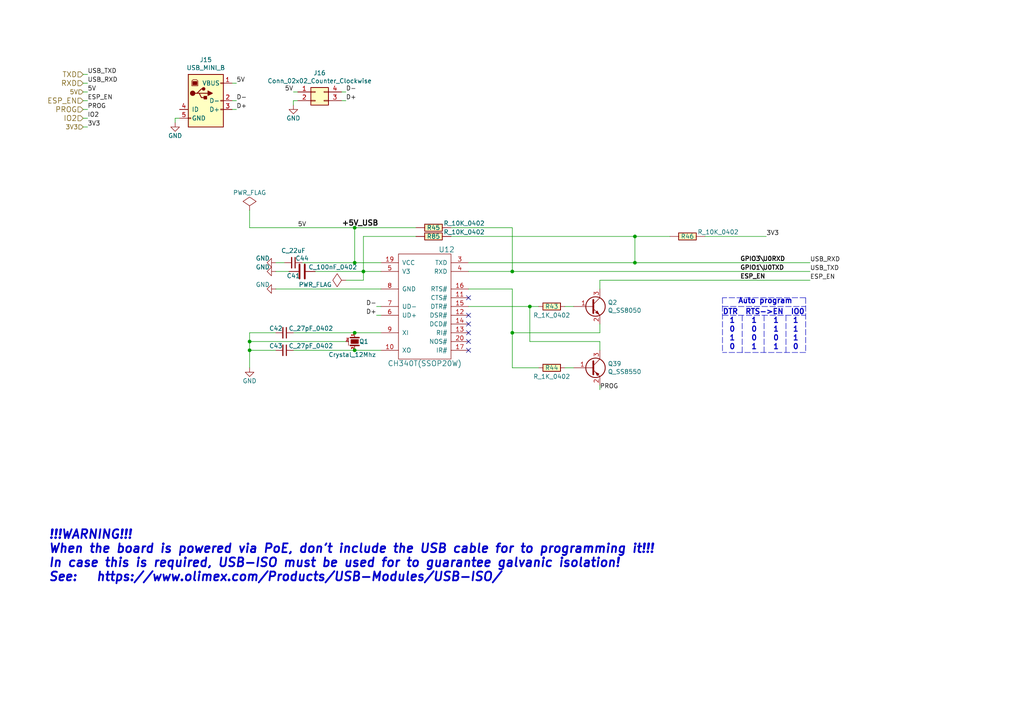
<source format=kicad_sch>
(kicad_sch (version 20211123) (generator eeschema)
  (paper "A4")
  (lib_symbols
    (symbol "ESP32-PoE_Rev_E:PWR_FLAG" (power) (pin_numbers hide) (pin_names (offset 0) hide)
      (property "Value" "PWR_FLAG" (at 0 4.572 0))
      (symbol "PWR_FLAG_0_0"
        (pin power_out line (at 0 0 90) (length 0) (name "pwr") (number "1"))
      )
      (symbol "PWR_FLAG_0_1"
        (polyline (pts (xy 0 0) (xy 0 1.27) (xy -1.905 2.54) (xy 0 3.81) (xy 1.905 2.54) (xy 0 1.27)))
      )
    )
    (symbol "Open_Automation:CH340T(SSOP20W)" (pin_names (offset 1.016))
      (property "Reference" "U" (at -5.08 -16.51 0))
      (property "Value" "Open_Automation_CH340T(SSOP20W)" (at 0 16.51 0))
      (symbol "CH340T(SSOP20W)_0_1"
        (rectangle (start -7.62 15.24) (end 7.62 -15.24))
      )
      (symbol "CH340T(SSOP20W)_1_1"
        (pin output line (at -12.7 -12.7 0) (length 5.08) (name "XO") (number "10"))
        (pin input line (at 12.7 2.54 180) (length 5.08) (name "CTS#") (number "11"))
        (pin input line (at 12.7 -2.54 180) (length 5.08) (name "DSR#") (number "12"))
        (pin input line (at 12.7 -7.62 180) (length 5.08) (name "RI#") (number "13"))
        (pin input line (at 12.7 -5.08 180) (length 5.08) (name "DCD#") (number "14"))
        (pin output line (at 12.7 0 180) (length 5.08) (name "DTR#") (number "15"))
        (pin output line (at 12.7 5.08 180) (length 5.08) (name "RTS#") (number "16"))
        (pin input line (at 12.7 -12.7 180) (length 5.08) (name "IR#") (number "17"))
        (pin power_in line (at -12.7 12.7 0) (length 5.08) (name "VCC") (number "19"))
        (pin input line (at 12.7 -10.16 180) (length 5.08) (name "NOS#") (number "20"))
        (pin output line (at 12.7 12.7 180) (length 5.08) (name "TXD") (number "3"))
        (pin input line (at 12.7 10.16 180) (length 5.08) (name "RXD") (number "4"))
        (pin power_in line (at -12.7 10.16 0) (length 5.08) (name "V3") (number "5"))
        (pin bidirectional line (at -12.7 -2.54 0) (length 5.08) (name "UD+") (number "6"))
        (pin bidirectional line (at -12.7 0 0) (length 5.08) (name "UD-") (number "7"))
        (pin power_in line (at -12.7 5.08 0) (length 5.08) (name "GND") (number "8"))
        (pin input line (at -12.7 -7.62 0) (length 5.08) (name "XI") (number "9"))
      )
    )
    (symbol "Open_Automation:C_100nF_0402" (pin_numbers hide) (pin_names (offset 0.254))
      (property "Reference" "C" (at 0.635 2.54 0))
      (property "Value" "Open_Automation_C_100nF_0402" (at -5.715 -2.54 0))
      (symbol "C_100nF_0402_0_1"
        (polyline (pts (xy -2.032 -0.762) (xy 2.032 -0.762)) (stroke (width 0.508)))
        (polyline (pts (xy -2.032 0.762) (xy 2.032 0.762)) (stroke (width 0.508)))
      )
      (symbol "C_100nF_0402_1_1"
        (pin passive line (at 0 3.81 270) (length 2.794) (name "~") (number "1"))
        (pin passive line (at 0 -3.81 90) (length 2.794) (name "~") (number "2"))
      )
    )
    (symbol "Open_Automation:C_22uF" (pin_numbers hide) (pin_names (offset 0.254) hide)
      (property "Reference" "C" (at 0.254 1.778 0))
      (property "Value" "Open_Automation_C_22uF" (at 0.254 -2.032 0))
      (symbol "C_22uF_0_1"
        (polyline (pts (xy -1.524 -0.508) (xy 1.524 -0.508)) (stroke (width 0.3302)))
        (polyline (pts (xy -1.524 0.508) (xy 1.524 0.508)) (stroke (width 0.3048)))
      )
      (symbol "C_22uF_1_1"
        (pin passive line (at 0 2.54 270) (length 1.905) (name "~") (number "1"))
        (pin passive line (at 0 -2.54 90) (length 2.032) (name "~") (number "2"))
      )
    )
    (symbol "Open_Automation:C_27pF_0402" (pin_numbers hide) (pin_names (offset 0.254) hide)
      (property "Reference" "C" (at 0.254 1.778 0))
      (property "Value" "Open_Automation_C_27pF_0402" (at 0.254 -2.032 0))
      (symbol "C_27pF_0402_0_1"
        (polyline (pts (xy -1.524 -0.508) (xy 1.524 -0.508)) (stroke (width 0.3302)))
        (polyline (pts (xy -1.524 0.508) (xy 1.524 0.508)) (stroke (width 0.3048)))
      )
      (symbol "C_27pF_0402_1_1"
        (pin passive line (at 0 2.54 270) (length 1.905) (name "~") (number "1"))
        (pin passive line (at 0 -2.54 90) (length 2.032) (name "~") (number "2"))
      )
    )
    (symbol "Open_Automation:Crystal_12Mhz" (pin_names (offset 1.016) hide)
      (property "Reference" "Q" (at 0 2.286 0))
      (property "Value" "Open_Automation_Crystal_12Mhz" (at 7.62 -3.81 0))
      (symbol "Crystal_12Mhz_0_1"
        (polyline (pts (xy -1.143 -1.778) (xy 1.143 -1.778)))
        (polyline (pts (xy -1.143 1.27) (xy -1.143 -1.27)) (stroke (width 0.4064)))
        (polyline (pts (xy 1.143 1.27) (xy 1.143 -1.27)) (stroke (width 0.4064)))
        (polyline (pts (xy -0.508 1.016) (xy 0.508 1.016) (xy 0.508 -1.016) (xy -0.508 -1.016) (xy -0.508 1.016)) (stroke (width 0.3048)) (fill (type outline)))
      )
      (symbol "Crystal_12Mhz_1_1"
        (pin passive line (at -2.54 0 0) (length 1.27) (name "1") (number "1"))
        (pin passive line (at 0 -2.54 90) (length 0.762) (name "case") (number "2"))
        (pin passive line (at 2.54 0 180) (length 1.27) (name "3") (number "3"))
        (pin passive line (at 0 -2.54 90) (length 0.762) hide (name "case") (number "4"))
      )
    )
    (symbol "Open_Automation:Q_SS8050" (pin_names (offset 0) hide)
      (property "Reference" "Q" (at 7.62 1.27 0))
      (property "Value" "Open_Automation_Q_SS8050" (at 15.24 -1.27 0))
      (symbol "Q_SS8050_0_1"
        (polyline (pts (xy 0.635 0.635) (xy 2.54 2.54)))
        (polyline (pts (xy 0.635 -0.635) (xy 2.54 -2.54) (xy 2.54 -2.54)))
        (polyline (pts (xy 0.635 1.905) (xy 0.635 -1.905) (xy 0.635 -1.905)) (stroke (width 0.508)))
        (polyline (pts (xy 1.27 -1.778) (xy 1.778 -1.27) (xy 2.286 -2.286) (xy 1.27 -1.778) (xy 1.27 -1.778)) (fill (type outline)))
        (circle (center 1.27 0) (radius 2.8194) (stroke (width 0.254)))
      )
      (symbol "Q_SS8050_1_1"
        (pin passive line (at -5.08 0 0) (length 5.715) (name "B") (number "1"))
        (pin passive line (at 2.54 -5.08 90) (length 2.54) (name "E") (number "2"))
        (pin passive line (at 2.54 5.08 270) (length 2.54) (name "C") (number "3"))
      )
    )
    (symbol "Open_Automation:Q_SS8550" (pin_names (offset 0) hide)
      (property "Reference" "Q" (at 5.08 1.905 0))
      (property "Value" "Open_Automation_Q_SS8550" (at 5.08 0 0))
      (symbol "Q_SS8550_0_1"
        (polyline (pts (xy 0 0) (xy 0.635 0)))
        (polyline (pts (xy 0.635 0.635) (xy 2.54 2.54)))
        (polyline (pts (xy 2.54 -2.54) (xy 0.635 -0.635)))
        (polyline (pts (xy 0.635 1.905) (xy 0.635 0) (xy 0.635 -1.905) (xy 0.635 -1.905)) (stroke (width 0.508)))
        (polyline (pts (xy 1.27 -1.27) (xy 1.778 -2.286) (xy 2.286 -1.778) (xy 1.27 -1.27) (xy 1.27 -1.27)) (fill (type outline)))
        (circle (center 1.27 0) (radius 2.8194) (stroke (width 0.254)))
      )
      (symbol "Q_SS8550_1_1"
        (pin input line (at -5.08 0 0) (length 5.08) (name "B") (number "1"))
        (pin passive line (at 2.54 -5.08 90) (length 2.54) (name "E") (number "2"))
        (pin passive line (at 2.54 5.08 270) (length 2.54) (name "C") (number "3"))
      )
    )
    (symbol "Open_Automation:R_10K_0402" (pin_numbers hide) (pin_names (offset 0))
      (property "Reference" "R" (at 0 0 90))
      (property "Value" "Open_Automation_R_10K_0402" (at -1.905 0 90))
      (symbol "R_10K_0402_0_1"
        (rectangle (start -1.016 -2.54) (end 1.016 2.54) (stroke (width 0.254)) (fill (type background)))
      )
      (symbol "R_10K_0402_1_1"
        (pin passive line (at 0 -5.08 90) (length 2.54) (name "~") (number "1"))
        (pin passive line (at 0 5.08 270) (length 2.54) (name "~") (number "2"))
      )
    )
    (symbol "Open_Automation:R_1K_0402" (pin_numbers hide) (pin_names (offset 0))
      (property "Reference" "R" (at 0 0 90))
      (property "Value" "Open_Automation_R_1K_0402" (at -1.905 0 90))
      (symbol "R_1K_0402_0_1"
        (rectangle (start -1.016 -2.54) (end 1.016 2.54) (stroke (width 0.254)) (fill (type background)))
      )
      (symbol "R_1K_0402_1_1"
        (pin passive line (at 0 3.81 270) (length 1.27) (name "~") (number "1"))
        (pin passive line (at 0 -3.81 90) (length 1.27) (name "~") (number "2"))
      )
    )
    (symbol "Open_Automation:USB_MINI_B" (pin_names (offset 1.016))
      (property "Reference" "J" (at 2.54 8.89 0))
      (property "Value" "Open_Automation_USB_MINI_B" (at -5.08 -8.89 0))
      (symbol "USB_MINI_B_0_1"
        (rectangle (start -5.08 -7.62) (end 5.08 7.62) (stroke (width 0.254)) (fill (type background)))
        (rectangle (start -5.08 -4.953) (end -4.318 -5.207))
        (circle (center -3.81 2.159) (radius 0.635) (stroke (width 0.254)) (fill (type outline)))
        (rectangle (start -3.81 5.588) (end -2.54 4.572) (fill (type outline)))
        (circle (center -0.635 3.429) (radius 0.381) (stroke (width 0.254)) (fill (type outline)))
        (polyline (pts (xy -1.905 2.159) (xy 0.635 2.159)) (stroke (width 0.254)))
        (polyline (pts (xy -3.175 2.159) (xy -2.54 2.159) (xy -1.27 3.429) (xy -0.635 3.429)) (stroke (width 0.254)))
        (polyline (pts (xy -2.54 2.159) (xy -1.905 2.159) (xy -1.27 0.889) (xy 0 0.889)) (stroke (width 0.254)))
        (polyline (pts (xy 0.635 2.794) (xy 0.635 1.524) (xy 1.905 2.159) (xy 0.635 2.794)) (stroke (width 0.254)) (fill (type outline)))
        (polyline (pts (xy -4.064 4.318) (xy -2.286 4.318) (xy -2.286 5.715) (xy -2.667 6.096) (xy -3.683 6.096) (xy -4.064 5.715) (xy -4.064 4.318)))
        (rectangle (start 0.254 1.27) (end -0.508 0.508) (stroke (width 0.254)) (fill (type outline)))
        (rectangle (start 5.08 -2.667) (end 4.318 -2.413))
        (rectangle (start 5.08 -0.127) (end 4.318 0.127))
        (rectangle (start 5.08 4.953) (end 4.318 5.207))
      )
      (symbol "USB_MINI_B_1_1"
        (pin power_out line (at 7.62 5.08 180) (length 2.54) (name "VBUS") (number "1"))
        (pin passive line (at 7.62 0 180) (length 2.54) (name "D-") (number "2"))
        (pin passive line (at 7.62 -2.54 180) (length 2.54) (name "D+") (number "3"))
        (pin passive line (at -7.62 -2.54 0) (length 2.54) (name "ID") (number "4"))
        (pin power_out line (at -7.62 -5.08 0) (length 2.54) (name "GND") (number "5"))
      )
    )
    (symbol "open-dash-daughterboard-rescue:Conn_02x02_Counter_Clockwise-Connector_Generic" (pin_names (offset 1.016) hide)
      (property "Reference" "J" (at 1.27 2.54 0))
      (property "Value" "open-dash-daughterboard-rescue_Conn_02x02_Counter_Clockwise-Connector_Generic" (at 1.27 -5.08 0))
      (symbol "Conn_02x02_Counter_Clockwise-Connector_Generic_1_1"
        (rectangle (start -1.27 -2.413) (end 0 -2.667) (stroke (width 0.1524)))
        (rectangle (start -1.27 0.127) (end 0 -0.127) (stroke (width 0.1524)))
        (rectangle (start -1.27 1.27) (end 3.81 -3.81) (stroke (width 0.254)) (fill (type background)))
        (rectangle (start 3.81 -2.413) (end 2.54 -2.667) (stroke (width 0.1524)))
        (rectangle (start 3.81 0.127) (end 2.54 -0.127) (stroke (width 0.1524)))
        (pin passive line (at -5.08 0 0) (length 3.81) (name "Pin_1") (number "1"))
        (pin passive line (at -5.08 -2.54 0) (length 3.81) (name "Pin_2") (number "2"))
        (pin passive line (at 7.62 -2.54 180) (length 3.81) (name "Pin_3") (number "3"))
        (pin passive line (at 7.62 0 180) (length 3.81) (name "Pin_4") (number "4"))
      )
    )
    (symbol "power:GND" (power) (pin_names (offset 0))
      (property "Value" "power_GND" (at 0 -3.81 0))
      (symbol "GND_0_1"
        (polyline (pts (xy 0 0) (xy 0 -1.27) (xy 1.27 -1.27) (xy 0 -2.54) (xy -1.27 -1.27) (xy 0 -1.27)))
      )
      (symbol "GND_1_1"
        (pin power_in line (at 0 0 270) (length 0) hide (name "GND") (number "1"))
      )
    )
  )
  (junction (at 148.59 96.52))
  (junction (at 102.87 96.52))
  (junction (at 72.39 99.06))
  (junction (at 102.87 101.6))
  (junction (at 184.15 76.2))
  (junction (at 105.41 78.74))
  (junction (at 184.15 68.58))
  (junction (at 153.67 88.9))
  (junction (at 102.87 76.2))
  (junction (at 72.39 101.6))
  (junction (at 102.87 66.04))
  (junction (at 148.59 78.74))
  (no_connect (at 135.89 93.98))
  (no_connect (at 135.89 96.52))
  (no_connect (at 135.89 101.6))
  (no_connect (at 135.89 91.44))
  (no_connect (at 135.89 86.36))
  (no_connect (at 135.89 99.06))
  (wire (pts (xy 85.09 29.21) (xy 86.36 29.21)))
  (wire (pts (xy 130.81 66.04) (xy 148.59 66.04)))
  (wire (pts (xy 105.41 78.74) (xy 110.49 78.74)))
  (polyline (pts (xy 233.68 86.36) (xy 209.55 86.36)))
  (polyline (pts (xy 209.55 91.44) (xy 233.68 91.44)))
  (wire (pts (xy 72.39 101.6) (xy 72.39 106.68)))
  (wire (pts (xy 153.67 88.9) (xy 156.21 88.9)))
  (wire (pts (xy 109.22 88.9) (xy 110.49 88.9)))
  (wire (pts (xy 85.09 26.67) (xy 86.36 26.67)))
  (wire (pts (xy 24.13 26.67) (xy 25.4 26.67)))
  (wire (pts (xy 148.59 78.74) (xy 234.95 78.74)))
  (wire (pts (xy 25.4 31.75) (xy 24.13 31.75)))
  (wire (pts (xy 80.01 96.52) (xy 72.39 96.52)))
  (wire (pts (xy 102.87 76.2) (xy 110.49 76.2)))
  (wire (pts (xy 85.09 30.48) (xy 85.09 29.21)))
  (polyline (pts (xy 221.615 91.44) (xy 221.615 102.235)))
  (wire (pts (xy 135.89 78.74) (xy 148.59 78.74)))
  (wire (pts (xy 173.99 101.6) (xy 173.99 99.06)))
  (wire (pts (xy 109.22 91.44) (xy 110.49 91.44)))
  (wire (pts (xy 72.39 99.06) (xy 72.39 101.6)))
  (wire (pts (xy 68.58 24.13) (xy 67.31 24.13)))
  (polyline (pts (xy 233.68 86.36) (xy 233.68 102.235)))
  (wire (pts (xy 173.99 93.98) (xy 173.99 96.52)))
  (wire (pts (xy 80.01 83.82) (xy 110.49 83.82)))
  (wire (pts (xy 100.33 81.28) (xy 105.41 81.28)))
  (wire (pts (xy 24.13 36.83) (xy 25.4 36.83)))
  (wire (pts (xy 135.89 76.2) (xy 184.15 76.2)))
  (wire (pts (xy 120.65 66.04) (xy 102.87 66.04)))
  (wire (pts (xy 87.63 76.2) (xy 102.87 76.2)))
  (wire (pts (xy 72.39 60.96) (xy 72.39 66.04)))
  (polyline (pts (xy 209.55 88.9) (xy 233.68 88.9)))
  (wire (pts (xy 85.09 101.6) (xy 102.87 101.6)))
  (wire (pts (xy 50.8 35.56) (xy 50.8 34.29)))
  (wire (pts (xy 173.99 99.06) (xy 153.67 99.06)))
  (wire (pts (xy 163.83 106.68) (xy 166.37 106.68)))
  (wire (pts (xy 173.99 113.03) (xy 173.99 111.76)))
  (wire (pts (xy 163.83 88.9) (xy 166.37 88.9)))
  (wire (pts (xy 85.09 96.52) (xy 102.87 96.52)))
  (wire (pts (xy 173.99 83.82) (xy 173.99 81.28)))
  (wire (pts (xy 80.01 101.6) (xy 72.39 101.6)))
  (wire (pts (xy 173.99 96.52) (xy 148.59 96.52)))
  (wire (pts (xy 72.39 96.52) (xy 72.39 99.06)))
  (wire (pts (xy 25.4 29.21) (xy 24.13 29.21)))
  (wire (pts (xy 135.89 88.9) (xy 153.67 88.9)))
  (wire (pts (xy 82.55 76.2) (xy 80.01 76.2)))
  (wire (pts (xy 25.4 34.29) (xy 24.13 34.29)))
  (polyline (pts (xy 233.68 102.235) (xy 209.55 102.235)))
  (wire (pts (xy 120.65 68.58) (xy 105.41 68.58)))
  (wire (pts (xy 91.44 78.74) (xy 105.41 78.74)))
  (wire (pts (xy 194.31 68.58) (xy 184.15 68.58)))
  (wire (pts (xy 153.67 99.06) (xy 153.67 88.9)))
  (wire (pts (xy 148.59 106.68) (xy 156.21 106.68)))
  (wire (pts (xy 102.87 66.04) (xy 102.87 76.2)))
  (wire (pts (xy 102.87 96.52) (xy 110.49 96.52)))
  (wire (pts (xy 148.59 66.04) (xy 148.59 78.74)))
  (wire (pts (xy 184.15 68.58) (xy 184.15 76.2)))
  (wire (pts (xy 80.01 78.74) (xy 83.82 78.74)))
  (wire (pts (xy 24.13 24.13) (xy 25.4 24.13)))
  (wire (pts (xy 100.33 29.21) (xy 99.06 29.21)))
  (wire (pts (xy 68.58 29.21) (xy 67.31 29.21)))
  (wire (pts (xy 68.58 31.75) (xy 67.31 31.75)))
  (wire (pts (xy 148.59 96.52) (xy 148.59 106.68)))
  (wire (pts (xy 173.99 81.28) (xy 234.95 81.28)))
  (wire (pts (xy 135.89 83.82) (xy 148.59 83.82)))
  (wire (pts (xy 50.8 34.29) (xy 52.07 34.29)))
  (polyline (pts (xy 227.965 91.44) (xy 227.965 102.235)))
  (wire (pts (xy 25.4 21.59) (xy 24.13 21.59)))
  (wire (pts (xy 102.87 101.6) (xy 110.49 101.6)))
  (wire (pts (xy 184.15 76.2) (xy 234.95 76.2)))
  (wire (pts (xy 105.41 81.28) (xy 105.41 78.74)))
  (wire (pts (xy 100.33 26.67) (xy 99.06 26.67)))
  (polyline (pts (xy 215.265 91.44) (xy 215.265 102.235)))
  (wire (pts (xy 100.33 99.06) (xy 72.39 99.06)))
  (polyline (pts (xy 209.55 86.36) (xy 209.55 102.235)))
  (wire (pts (xy 105.41 68.58) (xy 105.41 78.74)))
  (wire (pts (xy 72.39 66.04) (xy 102.87 66.04)))
  (wire (pts (xy 130.81 68.58) (xy 184.15 68.58)))
  (wire (pts (xy 148.59 83.82) (xy 148.59 96.52)))
  (wire (pts (xy 204.47 68.58) (xy 222.25 68.58)))
  (text "1" (at 211.455 99.06 0) (effects (font (size 1.524 1.524) (thickness 0.3048) bold) (justify left bottom)))
  (text "1" (at 217.805 101.6 0) (effects (font (size 1.524 1.524) (thickness 0.3048) bold) (justify left bottom)))
  (text "1" (at 224.155 93.98 0) (effects (font (size 1.524 1.524) (thickness 0.3048) bold) (justify left bottom)))
  (text "1" (at 211.455 93.98 0) (effects (font (size 1.524 1.524) (thickness 0.3048) bold) (justify left bottom)))
  (text "1" (at 224.155 101.6 0) (effects (font (size 1.524 1.524) (thickness 0.3048) bold) (justify left bottom)))
  (text "!!!WARNING!!!\nWhen the board is powered via PoE, don't include the USB cable for to programming it!!!\nIn case this is required, USB-ISO must be used for to guarantee galvanic isolation!\nSee:   https://www.olimex.com/Products/USB-Modules/USB-ISO/" (at 13.97 168.91 0) (effects (font (size 2.54 2.54) (thickness 0.508) bold italic) (justify left bottom)))
  (text "0" (at 229.87 101.6 0) (effects (font (size 1.524 1.524) (thickness 0.3048) bold) (justify left bottom)))
  (text "DTR  RTS->EN  IO0" (at 209.55 91.44 0) (effects (font (size 1.524 1.524) (thickness 0.3048) bold) (justify left bottom)))
  (text "0" (at 217.805 96.52 0) (effects (font (size 1.524 1.524) (thickness 0.3048) bold) (justify left bottom)))
  (text "Auto program\n" (at 213.995 88.265 0) (effects (font (size 1.524 1.524) (thickness 0.3048) bold) (justify left bottom)))
  (text "1" (at 229.87 96.52 0) (effects (font (size 1.524 1.524) (thickness 0.3048) bold) (justify left bottom)))
  (text "0" (at 217.805 99.06 0) (effects (font (size 1.524 1.524) (thickness 0.3048) bold) (justify left bottom)))
  (text "0" (at 211.455 101.6 0) (effects (font (size 1.524 1.524) (thickness 0.3048) bold) (justify left bottom)))
  (text "0" (at 224.155 99.06 0) (effects (font (size 1.524 1.524) (thickness 0.3048) bold) (justify left bottom)))
  (text "1" (at 217.805 93.98 0) (effects (font (size 1.524 1.524) (thickness 0.3048) bold) (justify left bottom)))
  (text "1" (at 224.155 96.52 0) (effects (font (size 1.524 1.524) (thickness 0.3048) bold) (justify left bottom)))
  (text "1" (at 229.87 99.06 0) (effects (font (size 1.524 1.524) (thickness 0.3048) bold) (justify left bottom)))
  (text "0" (at 211.455 96.52 0) (effects (font (size 1.524 1.524) (thickness 0.3048) bold) (justify left bottom)))
  (text "1" (at 229.87 93.98 0) (effects (font (size 1.524 1.524) (thickness 0.3048) bold) (justify left bottom)))
  (label "D-" (at 68.58 29.21 0))
  (label "IO2" (at 25.4 34.29 0))
  (label "5V" (at 85.09 26.67 180))
  (label "5V" (at 86.36 66.04 0))
  (label "USB_TXD" (at 25.4 21.59 0))
  (label "GPIO1\\U0TXD" (at 214.63 78.74 0) (effects (font (thickness 0.254) bold)))
  (label "D+" (at 100.33 29.21 0))
  (label "PROG" (at 25.4 31.75 0))
  (label "3V3" (at 222.25 68.58 0))
  (label "3V3" (at 25.4 36.83 0))
  (label "D-" (at 109.22 88.9 180))
  (label "USB_TXD" (at 234.95 78.74 0))
  (label "D+" (at 68.58 31.75 0))
  (label "PROG" (at 173.99 113.03 0))
  (label "GPIO3\\U0RXD" (at 214.63 76.2 0) (effects (font (thickness 0.254) bold)))
  (label "D+" (at 109.22 91.44 180))
  (label "5V" (at 25.4 26.67 0))
  (label "ESP_EN" (at 25.4 29.21 0))
  (label "ESP_EN" (at 234.95 81.28 0))
  (label "USB_RXD" (at 25.4 24.13 0))
  (label "5V" (at 68.58 24.13 0))
  (label "USB_RXD" (at 234.95 76.2 0))
  (label "D-" (at 100.33 26.67 0))
  (label "+5V_USB" (at 99.06 66.04 0) (effects (font (size 1.524 1.524) (thickness 0.3048) bold)))
  (label "ESP_EN" (at 214.63 81.28 0) (effects (font (thickness 0.254) bold)))
  (hierarchical_label "RXD" (shape input) (at 24.13 24.13 180) (effects (font (size 1.524 1.524))))
  (hierarchical_label "3V3" (shape input) (at 24.13 36.83 180))
  (hierarchical_label "PROG" (shape input) (at 24.13 31.75 180) (effects (font (size 1.524 1.524))))
  (hierarchical_label "5V" (shape input) (at 24.13 26.67 180))
  (hierarchical_label "TXD" (shape input) (at 24.13 21.59 180) (effects (font (size 1.524 1.524))))
  (hierarchical_label "ESP_EN" (shape input) (at 24.13 29.21 180) (effects (font (size 1.524 1.524))))
  (hierarchical_label "IO2" (shape input) (at 24.13 34.29 180) (effects (font (size 1.524 1.524))))
  (symbol (lib_id "ESP32-PoE_Rev_E:PWR_FLAG") (at 100.33 81.28 90) (unit 1)
    (property "Reference" "#FLG02" (effects hide))
    (property "Value" "PWR_FLAG" (at 91.44 82.55 90))
  )
  (symbol (lib_id "ESP32-PoE_Rev_E:PWR_FLAG") (at 72.39 60.96 0) (unit 1)
    (property "Reference" "#FLG01" (effects hide))
    (property "Value" "PWR_FLAG" (at 72.39 55.88 0))
  )
  (symbol (lib_id "Open_Automation:USB_MINI_B") (at 59.69 29.21 0) (unit 1)
    (property "Reference" "J15" (at 59.69 17.3482 0))
    (property "Value" "USB_MINI_B" (at 59.69 19.6596 0))
    (property "Footprint" "Open_Automation:USB-mini-B-0548190519" (effects hide))
    (property "Datasheet" "https://www.molex.com/pdm_docs/sd/548190519_sd.pdf" (effects hide))
    (property "Website" "https://www.digikey.com/product-detail/en/molex/0548190519/WM17115-ND/773802" (effects hide))
    (property "Part Number" "0548190519" (effects hide))
  )
  (symbol (lib_id "power:GND") (at 72.39 106.68 0)
    (property "Reference" "#PWR0113" (effects hide))
    (property "Value" "GND" (at 72.39 110.49 0))
  )
  (symbol (lib_id "power:GND") (at 50.8 35.56 0)
    (property "Reference" "#PWR0116" (effects hide))
    (property "Value" "GND" (at 50.8 39.37 0))
  )
  (symbol (lib_id "power:GND") (at 80.01 76.2 270)
    (property "Reference" "#PWR0119" (effects hide))
    (property "Value" "GND" (at 76.2 74.93 90))
  )
  (symbol (lib_id "power:GND") (at 80.01 78.74 270)
    (property "Reference" "#PWR0127" (effects hide))
    (property "Value" "GND" (at 76.2 77.47 90))
  )
  (symbol (lib_id "power:GND") (at 80.01 83.82 270)
    (property "Reference" "#PWR0150" (effects hide))
    (property "Value" "GND" (at 76.2 82.55 90))
  )
  (symbol (lib_id "Open_Automation:C_22uF") (at 85.09 76.2 270) (unit 1)
    (property "Reference" "C44" (at 87.63 74.93 90))
    (property "Value" "C_22uF" (at 85.09 72.6948 90))
    (property "Footprint" "Capacitor_SMD:C_0603_1608Metric_Pad1.08x0.95mm_HandSolder" (effects hide))
    (property "Datasheet" "https://datasheet.lcsc.com/szlcsc/Samsung-Electro-Mechanics-CL10A226MQ8NRNC_C59461.pdf" (effects hide))
    (property "Part Number" "CL10A226MQ8NRNC" (effects hide))
    (property "LCSC" "C59461" (effects hide))
  )
  (symbol (lib_id "Open_Automation:C_100nF_0402") (at 87.63 78.74 270) (unit 1)
    (property "Reference" "C41" (at 85.09 80.01 90))
    (property "Value" "C_100nF_0402" (at 96.52 77.47 90))
    (property "Footprint" "Capacitor_SMD:C_0402_1005Metric_Pad0.74x0.62mm_HandSolder" (effects hide))
    (property "Datasheet" "https://datasheet.lcsc.com/szlcsc/Samsung-Electro-Mechanics-CL05B104KO5NNNC_C1525.pdf" (effects hide))
    (property "LCSC" "C1525" (effects hide))
    (property "Part Number" "CL05B104KO5NNNC" (effects hide))
  )
  (symbol (lib_id "Open_Automation:R_10K_0402") (at 125.73 66.04 270) (unit 1)
    (property "Reference" "R45" (at 125.73 66.04 90))
    (property "Value" "R_10K_0402" (at 134.62 64.77 90))
    (property "Footprint" "Resistor_SMD:R_0402_1005Metric_Pad0.72x0.64mm_HandSolder" (effects hide))
    (property "Datasheet" "https://datasheet.lcsc.com/szlcsc/Uniroyal-Elec-0402WGF1002TCE_C25744.pdf" (effects hide))
    (property "Part Number" "0402WGF1002TCE" (effects hide))
    (property "LCSC" "C25744" (effects hide))
  )
  (symbol (lib_id "Open_Automation:R_10K_0402") (at 125.73 68.58 270) (unit 1)
    (property "Reference" "R85" (at 125.73 68.58 90))
    (property "Value" "R_10K_0402" (at 134.62 67.31 90))
    (property "Footprint" "Resistor_SMD:R_0402_1005Metric_Pad0.72x0.64mm_HandSolder" (effects hide))
    (property "Datasheet" "https://datasheet.lcsc.com/szlcsc/Uniroyal-Elec-0402WGF1002TCE_C25744.pdf" (effects hide))
    (property "Part Number" "0402WGF1002TCE" (effects hide))
    (property "LCSC" "C25744" (effects hide))
  )
  (symbol (lib_id "Open_Automation:C_27pF_0402") (at 82.55 96.52 270) (unit 1)
    (property "Reference" "C42" (at 80.01 95.25 90))
    (property "Value" "C_27pF_0402" (at 90.17 95.25 90))
    (property "Footprint" "Capacitor_SMD:C_0402_1005Metric_Pad0.74x0.62mm_HandSolder" (effects hide))
    (property "Datasheet" "https://datasheet.lcsc.com/szlcsc/Guangdong-Fenghua-Advanced-Tech-0402CG270J500NTN_C1557.pdf" (effects hide))
    (property "Part Number" "0402CG270J500NTN" (effects hide))
    (property "LCSC" "C1557" (effects hide))
  )
  (symbol (lib_id "Open_Automation:C_27pF_0402") (at 82.55 101.6 270) (unit 1)
    (property "Reference" "C43" (at 80.01 100.33 90))
    (property "Value" "C_27pF_0402" (at 90.17 100.33 90))
    (property "Footprint" "Capacitor_SMD:C_0402_1005Metric_Pad0.74x0.62mm_HandSolder" (effects hide))
    (property "Datasheet" "https://datasheet.lcsc.com/szlcsc/Guangdong-Fenghua-Advanced-Tech-0402CG270J500NTN_C1557.pdf" (effects hide))
    (property "Part Number" "0402CG270J500NTN" (effects hide))
    (property "LCSC" "C1557" (effects hide))
  )
  (symbol (lib_id "Open_Automation:Crystal_12Mhz") (at 102.87 99.06 270) (unit 1)
    (property "Reference" "Q1" (at 104.14 99.06 90) (effects (justify left)))
    (property "Value" "Crystal_12Mhz" (at 95.25 102.87 90) (effects (justify left)))
    (property "Footprint" "Crystal:Crystal_SMD_3225-4Pin_3.2x2.5mm_HandSoldering" (effects hide))
    (property "Datasheet" "https://datasheet.lcsc.com/szlcsc/Yangxing-Tech-X322512MSB4SI_C9002.pdf" (effects hide))
    (property "Part Number" "X322512MSB4SI" (effects hide))
    (property "LCSC" "C9002" (effects hide))
  )
  (symbol (lib_id "Open_Automation:R_10K_0402") (at 199.39 68.58 270) (unit 1)
    (property "Reference" "R46" (at 199.39 68.58 90))
    (property "Value" "R_10K_0402" (at 208.28 67.31 90))
    (property "Footprint" "Resistor_SMD:R_0402_1005Metric_Pad0.72x0.64mm_HandSolder" (effects hide))
    (property "Datasheet" "https://datasheet.lcsc.com/szlcsc/Uniroyal-Elec-0402WGF1002TCE_C25744.pdf" (effects hide))
    (property "Part Number" "0402WGF1002TCE" (effects hide))
    (property "LCSC" "C25744" (effects hide))
  )
  (symbol (lib_id "Open_Automation:R_1K_0402") (at 160.02 106.68 270) (unit 1)
    (property "Reference" "R44" (at 160.02 106.68 90))
    (property "Value" "R_1K_0402" (at 160.02 109.22 90))
    (property "Footprint" "Resistor_SMD:R_0402_1005Metric_Pad0.72x0.64mm_HandSolder" (effects hide))
    (property "Datasheet" "https://www.digikey.com/product-detail/en/panasonic-electronic-components/ERJ-3GEYJ102V/P1.0KGDKR-ND/577615" (effects hide))
    (property "Part Number" "0402WGF1001TCE" (effects hide))
    (property "LCSC" "C11702" (effects hide))
  )
  (symbol (lib_id "Open_Automation:R_1K_0402") (at 160.02 88.9 270) (unit 1)
    (property "Reference" "R43" (at 160.02 88.9 90))
    (property "Value" "R_1K_0402" (at 160.02 91.44 90))
    (property "Footprint" "Resistor_SMD:R_0402_1005Metric_Pad0.72x0.64mm_HandSolder" (effects hide))
    (property "Datasheet" "https://www.digikey.com/product-detail/en/panasonic-electronic-components/ERJ-3GEYJ102V/P1.0KGDKR-ND/577615" (effects hide))
    (property "Part Number" "0402WGF1001TCE" (effects hide))
    (property "LCSC" "C11702" (effects hide))
  )
  (symbol (lib_id "Open_Automation:Q_SS8050") (at 171.45 88.9 0) (unit 1)
    (property "Reference" "Q2" (at 176.276 87.7316 0) (effects (justify left)))
    (property "Value" "Q_SS8050" (at 176.276 90.043 0) (effects (justify left)))
    (property "Footprint" "Package_TO_SOT_SMD:SOT-23" (effects hide))
    (property "Datasheet" "https://datasheet.lcsc.com/szlcsc/Changjiang-Electronics-Tech-CJ-SS8050_C2150.pdf" (effects hide))
    (property "Part Number" "SS8050" (effects hide))
    (property "LCSC" "C2150" (effects hide))
  )
  (symbol (lib_id "Open_Automation:Q_SS8550") (at 171.45 106.68 0) (unit 1)
    (property "Reference" "Q39" (at 176.276 105.5116 0) (effects (justify left)))
    (property "Value" "Q_SS8550" (at 176.276 107.823 0) (effects (justify left)))
    (property "Footprint" "Package_TO_SOT_SMD:SOT-23" (effects hide))
    (property "Datasheet" "https://datasheet.lcsc.com/szlcsc/Changjiang-Electronics-Tech-CJ-SS8550_C8542.pdf" (effects hide))
    (property "Part Number" "SS8550" (effects hide))
    (property "LCSC" "C8542" (effects hide))
  )
  (symbol (lib_id "Open_Automation:CH340T(SSOP20W)") (at 123.19 88.9 0) (unit 1)
    (property "Reference" "U12" (at 129.54 72.39 0) (effects (font (size 1.524 1.524))))
    (property "Value" "CH340T(SSOP20W)" (at 123.19 105.41 0) (effects (font (size 1.524 1.524))))
    (property "Footprint" "Open_Automation:SSOP-20W" (effects hide))
    (property "Part Number" "CH340T" (effects hide))
    (property "LCSC" "C8689" (effects hide))
  )
  (symbol (lib_id "open-dash-daughterboard-rescue:Conn_02x02_Counter_Clockwise-Connector_Generic") (at 91.44 26.67 0)
    (property "Reference" "J16" (at 92.71 21.1582 0))
    (property "Value" "Conn_02x02_Counter_Clockwise" (at 92.71 23.4696 0))
    (property "Footprint" "Connector_PinHeader_2.54mm:PinHeader_2x02_P2.54mm_Vertical" (effects hide))
  )
  (symbol (lib_id "power:GND") (at 85.09 30.48 0)
    (property "Reference" "#PWR0110" (effects hide))
    (property "Value" "GND" (at 85.09 34.29 0))
  )
)
</source>
